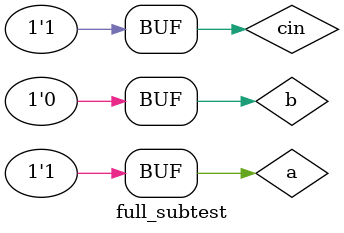
<source format=v>
module full_subtest ();
  reg a;
  reg b;
  reg cin;
  wire diff;
  wire borrow;
  
  full_sub
  uut(.a(a),.b(b),.cin(cin),.diff(diff),.borrow(borrow));
  initial begin
   #5 a = 2'b00 ; b = 2'b11; cin = 2'b00 ;
   #5 a = 2'b01 ; b = 2'b10; cin = 2'b01 ;
   #5 a = 2'b10 ; b = 2'b01; cin = 2'b10 ;
   #5 a = 2'b11 ; b = 2'b00; cin = 2'b11 ;
  
  end
  initial begin
    $dumpfile("full-sub.vcd");
    $dumpvars(0,full_subtest );
  end
endmodule
  
</source>
